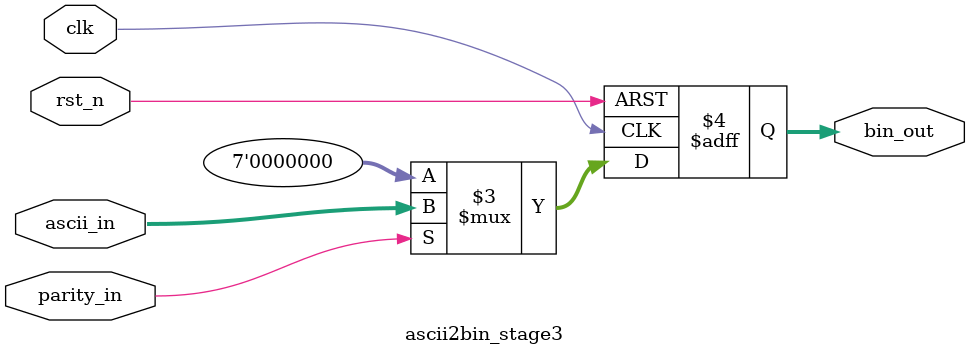
<source format=sv>
module ascii2bin (
    input  wire        clk,
    input  wire        rst_n,
    input  wire [7:0]  ascii_in,
    output wire [6:0]  bin_out
);

    // Pipeline Stage 1: Input Registering
    wire [7:0] ascii_stage1;
    ascii2bin_stage1_reg u_stage1_reg (
        .clk        (clk),
        .rst_n      (rst_n),
        .ascii_in   (ascii_in),
        .ascii_out  (ascii_stage1)
    );

    // Pipeline Stage 2: Parity Calculation and Data Registration
    wire        parity_stage2;
    wire [6:0]  ascii_stage2;
    ascii2bin_stage2 u_stage2 (
        .clk           (clk),
        .rst_n         (rst_n),
        .ascii_in      (ascii_stage1),
        .ascii_out     (ascii_stage2),
        .parity_out    (parity_stage2)
    );

    // Pipeline Stage 3: Output Selection
    ascii2bin_stage3 u_stage3 (
        .clk        (clk),
        .rst_n      (rst_n),
        .ascii_in   (ascii_stage2),
        .parity_in  (parity_stage2),
        .bin_out    (bin_out)
    );

endmodule

//-----------------------------------------------------------------------------
// Stage 1: Input Registering
//-----------------------------------------------------------------------------
module ascii2bin_stage1_reg (
    input  wire        clk,
    input  wire        rst_n,
    input  wire [7:0]  ascii_in,
    output reg  [7:0]  ascii_out
);
    always @(posedge clk or negedge rst_n) begin
        if (!rst_n)
            ascii_out <= 8'b0;
        else
            ascii_out <= ascii_in;
    end
endmodule

//-----------------------------------------------------------------------------
// Stage 2: Parity Calculation and Data Registration
//-----------------------------------------------------------------------------
module ascii2bin_stage2 (
    input  wire        clk,
    input  wire        rst_n,
    input  wire [7:0]  ascii_in,
    output reg  [6:0]  ascii_out,
    output reg         parity_out
);
    wire parity_calc;
    assign parity_calc = ^ascii_in;

    always @(posedge clk or negedge rst_n) begin
        if (!rst_n) begin
            ascii_out  <= 7'b0;
            parity_out <= 1'b0;
        end else begin
            ascii_out  <= ascii_in[6:0];
            parity_out <= parity_calc;
        end
    end
endmodule

//-----------------------------------------------------------------------------
// Stage 3: Output Selection with Registered Output
//-----------------------------------------------------------------------------
module ascii2bin_stage3 (
    input  wire        clk,
    input  wire        rst_n,
    input  wire [6:0]  ascii_in,
    input  wire        parity_in,
    output reg  [6:0]  bin_out
);
    always @(posedge clk or negedge rst_n) begin
        if (!rst_n)
            bin_out <= 7'b0;
        else
            bin_out <= parity_in ? ascii_in : 7'b0;
    end
endmodule
</source>
